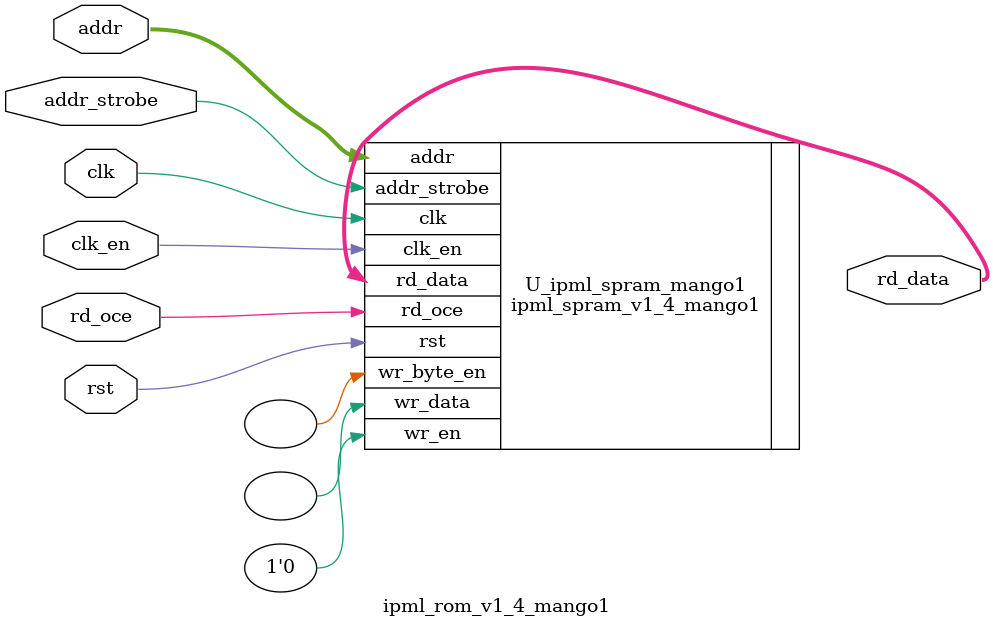
<source format=v>




module ipml_rom_v1_4_mango1
 #(
    parameter  c_SIM_DEVICE     = "LOGOS"      ,
    parameter  c_ADDR_WIDTH     = 10           ,           //write address width  legal value:1~20 
    parameter  c_DATA_WIDTH     = 32           ,           //write data width     legal value:8~1152
    parameter  c_OUTPUT_REG     = 0            ,           //output register      legal value:1~20
    parameter  c_RD_OCE_EN      = 0            ,
    parameter  c_CLK_EN         = 0            ,
    parameter  c_ADDR_STROBE_EN = 0            ,
    parameter  c_RESET_TYPE     = "ASYNC_RESET",           //ASYNC_RESET_SYNC_RELEASE SYNC_RESET legal valve "ASYNC_RESET_SYNC_RELEASE" "SYNC_RESET" "ASYNC_RESET"
    parameter  c_POWER_OPT      = 0            ,           //0 :normal mode  1:low power mode legal value:0 or 1
    parameter  c_CLK_OR_POL_INV = 0            ,           //clk polarity invert for output register   legal value 1 or 0           
    parameter  c_INIT_FILE      = "NONE"       ,           //legal value:"NONE" or "initial file name"
    parameter  c_INIT_FORMAT    = "BIN"                   //initial data format   legal valve: "bin" or "hex"
    
 )
  (
   
    input  wire [c_ADDR_WIDTH-1 : 0]  addr        ,
    output wire [c_DATA_WIDTH-1 : 0]  rd_data     ,
    input  wire                       clk         ,
    input  wire                       clk_en      ,
    input  wire                       addr_strobe ,
    input  wire                       rst         ,
    input  wire                       rd_oce       
  );

//**********************************************************************************************************************************************   
    
//main code
//*************************************************************************************************************************************
//inner variables

ipml_spram_v1_4_mango1
 #(
    .c_SIM_DEVICE     (c_SIM_DEVICE),
    .c_ADDR_WIDTH     (c_ADDR_WIDTH),           //write address width  legal value:1~20                              
    .c_DATA_WIDTH     (c_DATA_WIDTH),           //write data width     legal value:8~1152                            
    .c_OUTPUT_REG     (c_OUTPUT_REG),           //output register      legal value:1~20                              
    .c_RD_OCE_EN      (c_RD_OCE_EN),
    .c_ADDR_STROBE_EN (c_ADDR_STROBE_EN),
    .c_CLK_EN         (c_CLK_EN),
    .c_RESET_TYPE     (c_RESET_TYPE),           //legal valve "ASYNC_RESET_SYNC_RELEASE" "SYNC_RESET" "ASYNC_RESET"  
    .c_POWER_OPT      (c_POWER_OPT),            //0 :normal mode  1:low power mode legal value:0 or 1                 
    .c_CLK_OR_POL_INV (c_CLK_OR_POL_INV),       //clk polarity invert for output register legal value 1 or 0         
    .c_INIT_FILE      (c_INIT_FILE),            //legal value:"NONE" or "initial file name"                          
    .c_INIT_FORMAT    (c_INIT_FORMAT),          //initial data format   legal valve: "bin" or "hex"                  
    .c_WR_BYTE_EN     (0),                      //byte write enable    legal value: 0 or 1                            
    .c_BE_WIDTH       (8),                      //byte width legal value: 1~128
    .c_RAM_MODE       ("ROM"),
    .c_WRITE_MODE     ("NORMAL_WRITE")          //global reset enable  legal value 0 or 1                            
 )  U_ipml_spram_mango1                       //"NORMAL_WRITE"; // TRANSPARENT_WRITE READ_BEFORE_WRITE             
  (
   
    .addr        (addr),
    .wr_data     (),
    .rd_data     (rd_data),
    .wr_en       (1'b0),
    .clk         (clk),
    .clk_en      (clk_en),
    .addr_strobe (addr_strobe),
    .rst         (rst),
    .wr_byte_en  (),
    .rd_oce      (rd_oce) 
  );
 

endmodule


</source>
